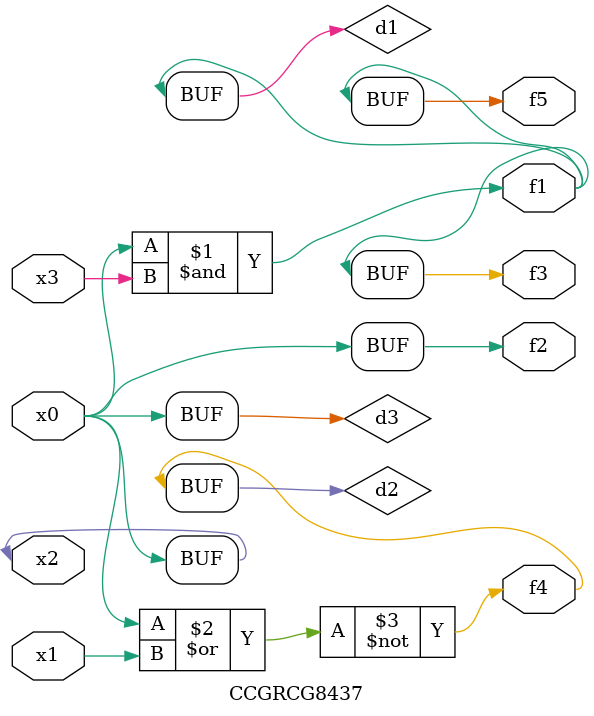
<source format=v>
module CCGRCG8437(
	input x0, x1, x2, x3,
	output f1, f2, f3, f4, f5
);

	wire d1, d2, d3;

	and (d1, x2, x3);
	nor (d2, x0, x1);
	buf (d3, x0, x2);
	assign f1 = d1;
	assign f2 = d3;
	assign f3 = d1;
	assign f4 = d2;
	assign f5 = d1;
endmodule

</source>
